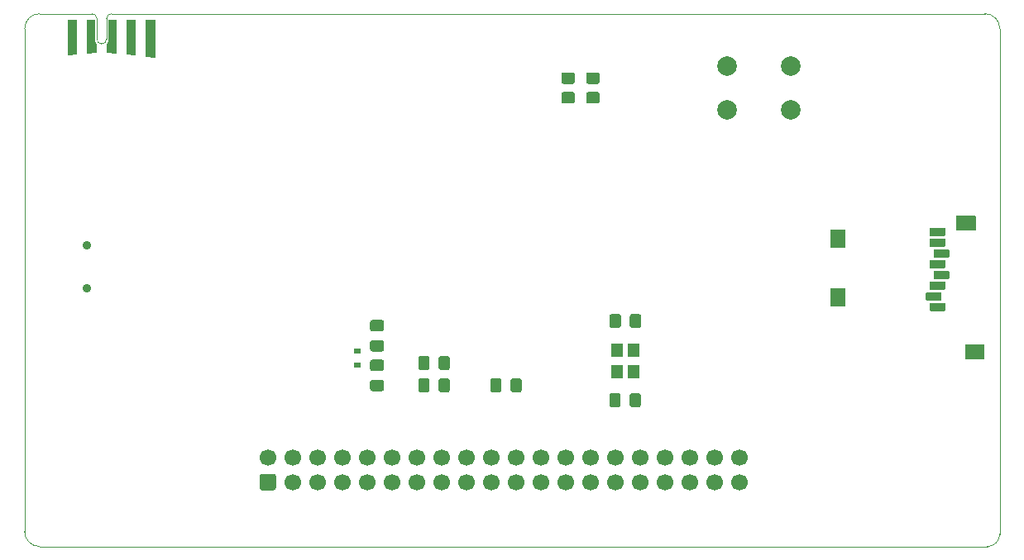
<source format=gbs>
%TF.GenerationSoftware,KiCad,Pcbnew,5.1.8*%
%TF.CreationDate,2020-12-10T16:40:19-06:00*%
%TF.ProjectId,e54-GFX-Development-Board,6535342d-4746-4582-9d44-6576656c6f70,rev?*%
%TF.SameCoordinates,Original*%
%TF.FileFunction,Soldermask,Bot*%
%TF.FilePolarity,Negative*%
%FSLAX46Y46*%
G04 Gerber Fmt 4.6, Leading zero omitted, Abs format (unit mm)*
G04 Created by KiCad (PCBNEW 5.1.8) date 2020-12-10 16:40:19*
%MOMM*%
%LPD*%
G01*
G04 APERTURE LIST*
%TA.AperFunction,Profile*%
%ADD10C,0.050000*%
%TD*%
%ADD11R,1.200000X1.400000*%
%ADD12C,0.100000*%
%ADD13C,2.000000*%
%ADD14C,1.700000*%
%ADD15C,0.900000*%
%ADD16R,0.800000X0.600000*%
G04 APERTURE END LIST*
D10*
X108378000Y-70358000D02*
X192786000Y-70358000D01*
X96012000Y-70358000D02*
X98378000Y-70358000D01*
X194310000Y-71882000D02*
X194310000Y-123698000D01*
X192786000Y-70358000D02*
G75*
G02*
X194310000Y-71882000I0J-1524000D01*
G01*
X94488000Y-71882000D02*
G75*
G02*
X96012000Y-70358000I1524000J0D01*
G01*
X96012000Y-124968000D02*
G75*
G02*
X94488000Y-123444000I0J1524000D01*
G01*
X194310000Y-123698000D02*
G75*
G02*
X193040000Y-124968000I-1270000J0D01*
G01*
X94488000Y-123444000D02*
X94488000Y-71882000D01*
X193040000Y-124968000D02*
X96012000Y-124968000D01*
%TO.C,J3*%
X101878000Y-70858000D02*
X101878000Y-72958000D01*
X102878000Y-72958000D02*
X102878000Y-70858000D01*
X98378000Y-70358000D02*
X101378000Y-70358000D01*
X103378000Y-70358000D02*
X108378000Y-70358000D01*
X102878000Y-72958000D02*
G75*
G02*
X101878000Y-72958000I-500000J0D01*
G01*
X101378000Y-70358000D02*
G75*
G02*
X101878000Y-70858000I0J-500000D01*
G01*
X102878000Y-70858000D02*
G75*
G02*
X103378000Y-70358000I500000J0D01*
G01*
%TD*%
D11*
%TO.C,Y1*%
X155106000Y-104818000D03*
X155106000Y-107018000D03*
X156806000Y-107018000D03*
X156806000Y-104818000D03*
%TD*%
D12*
%TO.C,J3*%
G36*
X98878000Y-70958000D02*
G01*
X99878000Y-70958000D01*
X99878000Y-74558000D01*
X98878000Y-74658000D01*
X98878000Y-70958000D01*
G37*
G36*
X104878000Y-74558000D02*
G01*
X104878000Y-70958000D01*
X105878000Y-70958000D01*
X105878000Y-74658000D01*
X104878000Y-74558000D01*
G37*
G36*
X106878000Y-74758000D02*
G01*
X106878000Y-70958000D01*
X107878000Y-70958000D01*
X107878000Y-74858000D01*
X106878000Y-74758000D01*
G37*
G36*
X100878000Y-70958000D02*
G01*
X101678000Y-70958000D01*
X101678000Y-72968000D01*
X101688000Y-73078000D01*
X101708000Y-73158000D01*
X101728000Y-73218000D01*
X101748000Y-73268000D01*
X101778000Y-73318000D01*
X101818000Y-73378000D01*
X101858000Y-73428000D01*
X101878000Y-73448000D01*
X101878000Y-74358000D01*
X100878000Y-74458000D01*
X100878000Y-70958000D01*
G37*
G36*
X102878000Y-74358000D02*
G01*
X102878000Y-73448000D01*
X102898000Y-73428000D01*
X102938000Y-73378000D01*
X102978000Y-73318000D01*
X103008000Y-73268000D01*
X103028000Y-73218000D01*
X103048000Y-73158000D01*
X103068000Y-73078000D01*
X103078000Y-72968000D01*
X103078000Y-70958000D01*
X103878000Y-70958000D01*
X103878000Y-74458000D01*
X102878000Y-74358000D01*
G37*
%TD*%
%TO.C,X1*%
G36*
G01*
X187181999Y-100039200D02*
X188682001Y-100039200D01*
G75*
G02*
X188732800Y-100089999I0J-50799D01*
G01*
X188732800Y-100790001D01*
G75*
G02*
X188682001Y-100840800I-50799J0D01*
G01*
X187181999Y-100840800D01*
G75*
G02*
X187131200Y-100790001I0J50799D01*
G01*
X187131200Y-100089999D01*
G75*
G02*
X187181999Y-100039200I50799J0D01*
G01*
G37*
G36*
G01*
X186781999Y-98939200D02*
X188282001Y-98939200D01*
G75*
G02*
X188332800Y-98989999I0J-50799D01*
G01*
X188332800Y-99690001D01*
G75*
G02*
X188282001Y-99740800I-50799J0D01*
G01*
X186781999Y-99740800D01*
G75*
G02*
X186731200Y-99690001I0J50799D01*
G01*
X186731200Y-98989999D01*
G75*
G02*
X186781999Y-98939200I50799J0D01*
G01*
G37*
G36*
G01*
X187181999Y-97839200D02*
X188682001Y-97839200D01*
G75*
G02*
X188732800Y-97889999I0J-50799D01*
G01*
X188732800Y-98590001D01*
G75*
G02*
X188682001Y-98640800I-50799J0D01*
G01*
X187181999Y-98640800D01*
G75*
G02*
X187131200Y-98590001I0J50799D01*
G01*
X187131200Y-97889999D01*
G75*
G02*
X187181999Y-97839200I50799J0D01*
G01*
G37*
G36*
G01*
X187581999Y-96739200D02*
X189082001Y-96739200D01*
G75*
G02*
X189132800Y-96789999I0J-50799D01*
G01*
X189132800Y-97490001D01*
G75*
G02*
X189082001Y-97540800I-50799J0D01*
G01*
X187581999Y-97540800D01*
G75*
G02*
X187531200Y-97490001I0J50799D01*
G01*
X187531200Y-96789999D01*
G75*
G02*
X187581999Y-96739200I50799J0D01*
G01*
G37*
G36*
G01*
X187181999Y-95639200D02*
X188682001Y-95639200D01*
G75*
G02*
X188732800Y-95689999I0J-50799D01*
G01*
X188732800Y-96390001D01*
G75*
G02*
X188682001Y-96440800I-50799J0D01*
G01*
X187181999Y-96440800D01*
G75*
G02*
X187131200Y-96390001I0J50799D01*
G01*
X187131200Y-95689999D01*
G75*
G02*
X187181999Y-95639200I50799J0D01*
G01*
G37*
G36*
G01*
X187581999Y-94539200D02*
X189082001Y-94539200D01*
G75*
G02*
X189132800Y-94589999I0J-50799D01*
G01*
X189132800Y-95290001D01*
G75*
G02*
X189082001Y-95340800I-50799J0D01*
G01*
X187581999Y-95340800D01*
G75*
G02*
X187531200Y-95290001I0J50799D01*
G01*
X187531200Y-94589999D01*
G75*
G02*
X187581999Y-94539200I50799J0D01*
G01*
G37*
G36*
G01*
X187181999Y-93439200D02*
X188682001Y-93439200D01*
G75*
G02*
X188732800Y-93489999I0J-50799D01*
G01*
X188732800Y-94190001D01*
G75*
G02*
X188682001Y-94240800I-50799J0D01*
G01*
X187181999Y-94240800D01*
G75*
G02*
X187131200Y-94190001I0J50799D01*
G01*
X187131200Y-93489999D01*
G75*
G02*
X187181999Y-93439200I50799J0D01*
G01*
G37*
G36*
G01*
X187181999Y-92339200D02*
X188682001Y-92339200D01*
G75*
G02*
X188732800Y-92389999I0J-50799D01*
G01*
X188732800Y-93090001D01*
G75*
G02*
X188682001Y-93140800I-50799J0D01*
G01*
X187181999Y-93140800D01*
G75*
G02*
X187131200Y-93090001I0J50799D01*
G01*
X187131200Y-92389999D01*
G75*
G02*
X187181999Y-92339200I50799J0D01*
G01*
G37*
G36*
G01*
X178482800Y-98540000D02*
X178482800Y-100340000D01*
G75*
G02*
X178432000Y-100390800I-50800J0D01*
G01*
X177032000Y-100390800D01*
G75*
G02*
X176981200Y-100340000I0J50800D01*
G01*
X176981200Y-98540000D01*
G75*
G02*
X177032000Y-98489200I50800J0D01*
G01*
X178432000Y-98489200D01*
G75*
G02*
X178482800Y-98540000I0J-50800D01*
G01*
G37*
G36*
G01*
X178482800Y-92540000D02*
X178482800Y-94340000D01*
G75*
G02*
X178432000Y-94390800I-50800J0D01*
G01*
X177032000Y-94390800D01*
G75*
G02*
X176981200Y-94340000I0J50800D01*
G01*
X176981200Y-92540000D01*
G75*
G02*
X177032000Y-92489200I50800J0D01*
G01*
X178432000Y-92489200D01*
G75*
G02*
X178482800Y-92540000I0J-50800D01*
G01*
G37*
G36*
G01*
X190782000Y-104289200D02*
X192682000Y-104289200D01*
G75*
G02*
X192732800Y-104340000I0J-50800D01*
G01*
X192732800Y-105740000D01*
G75*
G02*
X192682000Y-105790800I-50800J0D01*
G01*
X190782000Y-105790800D01*
G75*
G02*
X190731200Y-105740000I0J50800D01*
G01*
X190731200Y-104340000D01*
G75*
G02*
X190782000Y-104289200I50800J0D01*
G01*
G37*
G36*
G01*
X189882000Y-91089200D02*
X191782000Y-91089200D01*
G75*
G02*
X191832800Y-91140000I0J-50800D01*
G01*
X191832800Y-92540000D01*
G75*
G02*
X191782000Y-92590800I-50800J0D01*
G01*
X189882000Y-92590800D01*
G75*
G02*
X189831200Y-92540000I0J50800D01*
G01*
X189831200Y-91140000D01*
G75*
G02*
X189882000Y-91089200I50800J0D01*
G01*
G37*
%TD*%
D13*
%TO.C,SW1*%
X172870000Y-75692000D03*
X172870000Y-80192000D03*
X166370000Y-75692000D03*
X166370000Y-80192000D03*
%TD*%
%TO.C,R4*%
G36*
G01*
X149663999Y-78378000D02*
X150564001Y-78378000D01*
G75*
G02*
X150814000Y-78627999I0J-249999D01*
G01*
X150814000Y-79328001D01*
G75*
G02*
X150564001Y-79578000I-249999J0D01*
G01*
X149663999Y-79578000D01*
G75*
G02*
X149414000Y-79328001I0J249999D01*
G01*
X149414000Y-78627999D01*
G75*
G02*
X149663999Y-78378000I249999J0D01*
G01*
G37*
G36*
G01*
X149663999Y-76378000D02*
X150564001Y-76378000D01*
G75*
G02*
X150814000Y-76627999I0J-249999D01*
G01*
X150814000Y-77328001D01*
G75*
G02*
X150564001Y-77578000I-249999J0D01*
G01*
X149663999Y-77578000D01*
G75*
G02*
X149414000Y-77328001I0J249999D01*
G01*
X149414000Y-76627999D01*
G75*
G02*
X149663999Y-76378000I249999J0D01*
G01*
G37*
%TD*%
%TO.C,R3*%
G36*
G01*
X152203999Y-78378000D02*
X153104001Y-78378000D01*
G75*
G02*
X153354000Y-78627999I0J-249999D01*
G01*
X153354000Y-79328001D01*
G75*
G02*
X153104001Y-79578000I-249999J0D01*
G01*
X152203999Y-79578000D01*
G75*
G02*
X151954000Y-79328001I0J249999D01*
G01*
X151954000Y-78627999D01*
G75*
G02*
X152203999Y-78378000I249999J0D01*
G01*
G37*
G36*
G01*
X152203999Y-76378000D02*
X153104001Y-76378000D01*
G75*
G02*
X153354000Y-76627999I0J-249999D01*
G01*
X153354000Y-77328001D01*
G75*
G02*
X153104001Y-77578000I-249999J0D01*
G01*
X152203999Y-77578000D01*
G75*
G02*
X151954000Y-77328001I0J249999D01*
G01*
X151954000Y-76627999D01*
G75*
G02*
X152203999Y-76378000I249999J0D01*
G01*
G37*
%TD*%
D14*
%TO.C,J4*%
X167640000Y-115824000D03*
X165100000Y-115824000D03*
X162560000Y-115824000D03*
X160020000Y-115824000D03*
X157480000Y-115824000D03*
X154940000Y-115824000D03*
X152400000Y-115824000D03*
X149860000Y-115824000D03*
X147320000Y-115824000D03*
X144780000Y-115824000D03*
X142240000Y-115824000D03*
X139700000Y-115824000D03*
X137160000Y-115824000D03*
X134620000Y-115824000D03*
X132080000Y-115824000D03*
X129540000Y-115824000D03*
X127000000Y-115824000D03*
X124460000Y-115824000D03*
X121920000Y-115824000D03*
X119380000Y-115824000D03*
X167640000Y-118364000D03*
X165100000Y-118364000D03*
X162560000Y-118364000D03*
X160020000Y-118364000D03*
X157480000Y-118364000D03*
X154940000Y-118364000D03*
X152400000Y-118364000D03*
X149860000Y-118364000D03*
X147320000Y-118364000D03*
X144780000Y-118364000D03*
X142240000Y-118364000D03*
X139700000Y-118364000D03*
X137160000Y-118364000D03*
X134620000Y-118364000D03*
X132080000Y-118364000D03*
X129540000Y-118364000D03*
X127000000Y-118364000D03*
X124460000Y-118364000D03*
X121920000Y-118364000D03*
G36*
G01*
X119980000Y-119214000D02*
X118780000Y-119214000D01*
G75*
G02*
X118530000Y-118964000I0J250000D01*
G01*
X118530000Y-117764000D01*
G75*
G02*
X118780000Y-117514000I250000J0D01*
G01*
X119980000Y-117514000D01*
G75*
G02*
X120230000Y-117764000I0J-250000D01*
G01*
X120230000Y-118964000D01*
G75*
G02*
X119980000Y-119214000I-250000J0D01*
G01*
G37*
%TD*%
D15*
%TO.C,J1*%
X100838000Y-98466000D03*
X100838000Y-94066000D03*
%TD*%
D16*
%TO.C,FB1*%
X128524000Y-106364000D03*
X128524000Y-104964000D03*
%TD*%
%TO.C,C22*%
G36*
G01*
X155527500Y-101379000D02*
X155527500Y-102329000D01*
G75*
G02*
X155277500Y-102579000I-250000J0D01*
G01*
X154602500Y-102579000D01*
G75*
G02*
X154352500Y-102329000I0J250000D01*
G01*
X154352500Y-101379000D01*
G75*
G02*
X154602500Y-101129000I250000J0D01*
G01*
X155277500Y-101129000D01*
G75*
G02*
X155527500Y-101379000I0J-250000D01*
G01*
G37*
G36*
G01*
X157602500Y-101379000D02*
X157602500Y-102329000D01*
G75*
G02*
X157352500Y-102579000I-250000J0D01*
G01*
X156677500Y-102579000D01*
G75*
G02*
X156427500Y-102329000I0J250000D01*
G01*
X156427500Y-101379000D01*
G75*
G02*
X156677500Y-101129000I250000J0D01*
G01*
X157352500Y-101129000D01*
G75*
G02*
X157602500Y-101379000I0J-250000D01*
G01*
G37*
%TD*%
%TO.C,C21*%
G36*
G01*
X156406000Y-110457000D02*
X156406000Y-109507000D01*
G75*
G02*
X156656000Y-109257000I250000J0D01*
G01*
X157331000Y-109257000D01*
G75*
G02*
X157581000Y-109507000I0J-250000D01*
G01*
X157581000Y-110457000D01*
G75*
G02*
X157331000Y-110707000I-250000J0D01*
G01*
X156656000Y-110707000D01*
G75*
G02*
X156406000Y-110457000I0J250000D01*
G01*
G37*
G36*
G01*
X154331000Y-110457000D02*
X154331000Y-109507000D01*
G75*
G02*
X154581000Y-109257000I250000J0D01*
G01*
X155256000Y-109257000D01*
G75*
G02*
X155506000Y-109507000I0J-250000D01*
G01*
X155506000Y-110457000D01*
G75*
G02*
X155256000Y-110707000I-250000J0D01*
G01*
X154581000Y-110707000D01*
G75*
G02*
X154331000Y-110457000I0J250000D01*
G01*
G37*
%TD*%
%TO.C,C18*%
G36*
G01*
X136848000Y-106647000D02*
X136848000Y-105697000D01*
G75*
G02*
X137098000Y-105447000I250000J0D01*
G01*
X137773000Y-105447000D01*
G75*
G02*
X138023000Y-105697000I0J-250000D01*
G01*
X138023000Y-106647000D01*
G75*
G02*
X137773000Y-106897000I-250000J0D01*
G01*
X137098000Y-106897000D01*
G75*
G02*
X136848000Y-106647000I0J250000D01*
G01*
G37*
G36*
G01*
X134773000Y-106647000D02*
X134773000Y-105697000D01*
G75*
G02*
X135023000Y-105447000I250000J0D01*
G01*
X135698000Y-105447000D01*
G75*
G02*
X135948000Y-105697000I0J-250000D01*
G01*
X135948000Y-106647000D01*
G75*
G02*
X135698000Y-106897000I-250000J0D01*
G01*
X135023000Y-106897000D01*
G75*
G02*
X134773000Y-106647000I0J250000D01*
G01*
G37*
%TD*%
%TO.C,C17*%
G36*
G01*
X136848000Y-108933000D02*
X136848000Y-107983000D01*
G75*
G02*
X137098000Y-107733000I250000J0D01*
G01*
X137773000Y-107733000D01*
G75*
G02*
X138023000Y-107983000I0J-250000D01*
G01*
X138023000Y-108933000D01*
G75*
G02*
X137773000Y-109183000I-250000J0D01*
G01*
X137098000Y-109183000D01*
G75*
G02*
X136848000Y-108933000I0J250000D01*
G01*
G37*
G36*
G01*
X134773000Y-108933000D02*
X134773000Y-107983000D01*
G75*
G02*
X135023000Y-107733000I250000J0D01*
G01*
X135698000Y-107733000D01*
G75*
G02*
X135948000Y-107983000I0J-250000D01*
G01*
X135948000Y-108933000D01*
G75*
G02*
X135698000Y-109183000I-250000J0D01*
G01*
X135023000Y-109183000D01*
G75*
G02*
X134773000Y-108933000I0J250000D01*
G01*
G37*
%TD*%
%TO.C,C15*%
G36*
G01*
X144214000Y-108933000D02*
X144214000Y-107983000D01*
G75*
G02*
X144464000Y-107733000I250000J0D01*
G01*
X145139000Y-107733000D01*
G75*
G02*
X145389000Y-107983000I0J-250000D01*
G01*
X145389000Y-108933000D01*
G75*
G02*
X145139000Y-109183000I-250000J0D01*
G01*
X144464000Y-109183000D01*
G75*
G02*
X144214000Y-108933000I0J250000D01*
G01*
G37*
G36*
G01*
X142139000Y-108933000D02*
X142139000Y-107983000D01*
G75*
G02*
X142389000Y-107733000I250000J0D01*
G01*
X143064000Y-107733000D01*
G75*
G02*
X143314000Y-107983000I0J-250000D01*
G01*
X143314000Y-108933000D01*
G75*
G02*
X143064000Y-109183000I-250000J0D01*
G01*
X142389000Y-109183000D01*
G75*
G02*
X142139000Y-108933000I0J250000D01*
G01*
G37*
%TD*%
%TO.C,C11*%
G36*
G01*
X130081000Y-107892000D02*
X131031000Y-107892000D01*
G75*
G02*
X131281000Y-108142000I0J-250000D01*
G01*
X131281000Y-108817000D01*
G75*
G02*
X131031000Y-109067000I-250000J0D01*
G01*
X130081000Y-109067000D01*
G75*
G02*
X129831000Y-108817000I0J250000D01*
G01*
X129831000Y-108142000D01*
G75*
G02*
X130081000Y-107892000I250000J0D01*
G01*
G37*
G36*
G01*
X130081000Y-105817000D02*
X131031000Y-105817000D01*
G75*
G02*
X131281000Y-106067000I0J-250000D01*
G01*
X131281000Y-106742000D01*
G75*
G02*
X131031000Y-106992000I-250000J0D01*
G01*
X130081000Y-106992000D01*
G75*
G02*
X129831000Y-106742000I0J250000D01*
G01*
X129831000Y-106067000D01*
G75*
G02*
X130081000Y-105817000I250000J0D01*
G01*
G37*
%TD*%
%TO.C,C5*%
G36*
G01*
X131031000Y-102928000D02*
X130081000Y-102928000D01*
G75*
G02*
X129831000Y-102678000I0J250000D01*
G01*
X129831000Y-102003000D01*
G75*
G02*
X130081000Y-101753000I250000J0D01*
G01*
X131031000Y-101753000D01*
G75*
G02*
X131281000Y-102003000I0J-250000D01*
G01*
X131281000Y-102678000D01*
G75*
G02*
X131031000Y-102928000I-250000J0D01*
G01*
G37*
G36*
G01*
X131031000Y-105003000D02*
X130081000Y-105003000D01*
G75*
G02*
X129831000Y-104753000I0J250000D01*
G01*
X129831000Y-104078000D01*
G75*
G02*
X130081000Y-103828000I250000J0D01*
G01*
X131031000Y-103828000D01*
G75*
G02*
X131281000Y-104078000I0J-250000D01*
G01*
X131281000Y-104753000D01*
G75*
G02*
X131031000Y-105003000I-250000J0D01*
G01*
G37*
%TD*%
M02*

</source>
